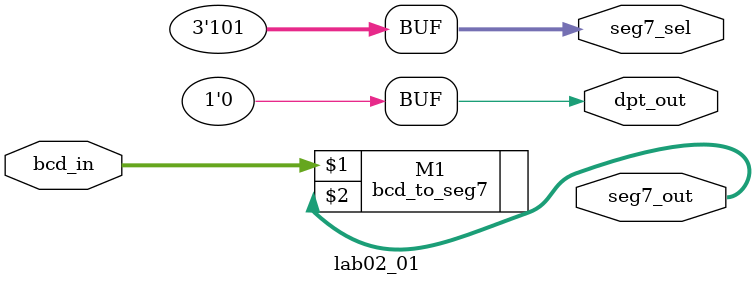
<source format=v>
module lab02_01(bcd_in, seg7_sel, seg7_out, dpt_out);
input [3:0] bcd_in; // pinAA15,AA14,AB18,AA18
output [2:0] seg7_sel; //pin AB10,AB11,AA12 
output [6:0] seg7_out; 
// pin AB7,AA7,AB6,AB5,AA9,Y9,AB8 
output dpt_out; // pinAA8
bcd_to_seg7 M1 (bcd_in, seg7_out);
assign seg7_sel = 3'b101; // Use the rightmost segment
assign dpt_out= 1'b0; 
endmodule

</source>
